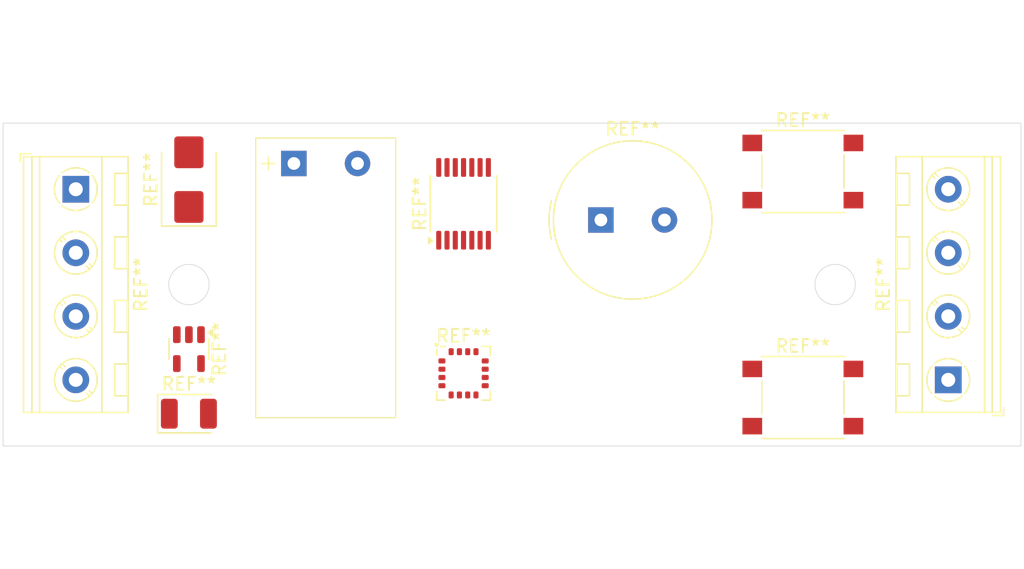
<source format=kicad_pcb>
(kicad_pcb (version 20221018) (generator pcbnew)
  (layers (0 "F.Cu" signal) (31 "B.Cu" signal) (34 "B.Paste" user) (35 "F.Paste" user) (36 "B.SilkS" user "B.Silkscreen") (37 "F.SilkS" user "F.Silkscreen") (38 "B.Mask" user) (39 "F.Mask" user) (44 "Edge.Cuts" user))
  (net 0 "")
  (footprint "Button_Switch_SMD:SW_Push_1P1T_NO_6x6mm_H9.5mm" (layer "F.Cu") (at 126.365 123.19)
    (fp_text reference "REF**" (at 0 -4.05) (layer "F.SilkS"))
    (fp_text value "SW_Push_1P1T_NO_6x6mm_H9.5mm")
    (fp_line (start -3.23 -3.23) (end 3.23 -3.23) (stroke (width 0.12)) (layer "F.SilkS"))
    (fp_line (start -3.23 -3.2) (end -3.23 -3.23) (stroke (width 0.12)) (layer "F.SilkS"))
    (fp_line (start -3.23 -1.3) (end -3.23 1.3) (stroke (width 0.12)) (layer "F.SilkS"))
    (fp_line (start -3.23 3.23) (end -3.23 3.2) (stroke (width 0.12)) (layer "F.SilkS"))
    (fp_line (start -3.23 3.23) (end 3.23 3.23) (stroke (width 0.12)) (layer "F.SilkS"))
    (fp_line (start 3.23 -3.23) (end 3.23 -3.2) (stroke (width 0.12)) (layer "F.SilkS"))
    (fp_line (start 3.23 -1.3) (end 3.23 1.3) (stroke (width 0.12)) (layer "F.SilkS"))
    (fp_line (start 3.23 3.23) (end 3.23 3.2) (stroke (width 0.12)) (layer "F.SilkS"))
    (pad "1" smd rect (at -3.975 -2.25) (size 1.55 1.3) (layers "F.Cu" "F.Paste" "F.Mask"))
    (pad "1" smd rect (at 3.975 -2.25) (size 1.55 1.3) (layers "F.Cu" "F.Paste" "F.Mask"))
    (pad "2" smd rect (at -3.975 2.25) (size 1.55 1.3) (layers "F.Cu" "F.Paste" "F.Mask"))
    (pad "2" smd rect (at 3.975 2.25) (size 1.55 1.3) (layers "F.Cu" "F.Paste" "F.Mask"))
  )
  (footprint "Package_TO_SOT_SMD:SOT-23-5" (layer "F.Cu") (at 78.105 119.38 -90)
    (fp_text reference "REF**" (at 0 -2.4 90) (layer "F.SilkS"))
    (fp_text value "SOT-23-5")
    (fp_line (start 0 -1.56) (end -0.8 -1.56) (stroke (width 0.12)) (layer "F.SilkS"))
    (fp_line (start 0 -1.56) (end 0.8 -1.56) (stroke (width 0.12)) (layer "F.SilkS"))
    (fp_line (start 0 1.56) (end -0.8 1.56) (stroke (width 0.12)) (layer "F.SilkS"))
    (fp_line (start 0 1.56) (end 0.8 1.56) (stroke (width 0.12)) (layer "F.SilkS"))
    (fp_poly (pts (xy -1.3 -1.51) (xy -1.54 -1.84) (xy -1.06 -1.84) (xy -1.3 -1.51)) (stroke (width 0.12)) (fill solid) (layer "F.SilkS"))
    (pad "1" smd roundrect (at -1.1375 -0.95 270) (size 1.325 0.6) (layers "F.Cu" "F.Paste" "F.Mask"))
    (pad "2" smd roundrect (at -1.1375 0 270) (size 1.325 0.6) (layers "F.Cu" "F.Paste" "F.Mask"))
    (pad "3" smd roundrect (at -1.1375 0.95 270) (size 1.325 0.6) (layers "F.Cu" "F.Paste" "F.Mask"))
    (pad "4" smd roundrect (at 1.1375 0.95 270) (size 1.325 0.6) (layers "F.Cu" "F.Paste" "F.Mask"))
    (pad "5" smd roundrect (at 1.1375 -0.95 270) (size 1.325 0.6) (layers "F.Cu" "F.Paste" "F.Mask"))
  )
  (footprint "Diode_SMD:D_SMB" (layer "F.Cu") (at 78.105 106.045 90)
    (fp_text reference "REF**" (at 0 -3 90) (layer "F.SilkS"))
    (fp_text value "D_SMB")
    (fp_line (start -3.66 -2.15) (end -3.66 2.15) (stroke (width 0.12)) (layer "F.SilkS"))
    (fp_line (start -3.66 -2.15) (end 2.15 -2.15) (stroke (width 0.12)) (layer "F.SilkS"))
    (fp_line (start -3.66 2.15) (end 2.15 2.15) (stroke (width 0.12)) (layer "F.SilkS"))
    (pad "1" smd roundrect (at -2.15 0 90) (size 2.5 2.3) (layers "F.Cu" "F.Paste" "F.Mask") (roundrect_rratio 0.1086956522))
    (pad "2" smd roundrect (at 2.15 0 90) (size 2.5 2.3) (layers "F.Cu" "F.Paste" "F.Mask") (roundrect_rratio 0.1086956522))
  )
  (footprint "TerminalBlock_RND:TerminalBlock_RND_205-00047_1x04_P5.00mm_Horizontal" (layer "F.Cu") (at 69.215 106.8 -90)
    (fp_text reference "REF**" (at 7.5 -5.11 90) (layer "F.SilkS"))
    (fp_text value "TerminalBlock_RND_205-00047_1x04_P5.00mm_Horizontal")
    (fp_line (start -2.8 3.51) (end -2.8 4.35) (stroke (width 0.12)) (layer "F.SilkS"))
    (fp_line (start -2.8 4.35) (end -2.2 4.35) (stroke (width 0.12)) (layer "F.SilkS"))
    (fp_line (start -2.56 -4.11) (end -2.56 4.11) (stroke (width 0.12)) (layer "F.SilkS"))
    (fp_line (start -2.56 -4.11) (end 17.561 -4.11) (stroke (width 0.12)) (layer "F.SilkS"))
    (fp_line (start -2.56 -2.05) (end 17.561 -2.05) (stroke (width 0.12)) (layer "F.SilkS"))
    (fp_line (start -2.56 2.85) (end 17.561 2.85) (stroke (width 0.12)) (layer "F.SilkS"))
    (fp_line (start -2.56 3.45) (end 17.561 3.45) (stroke (width 0.12)) (layer "F.SilkS"))
    (fp_line (start -2.56 4.11) (end 17.561 4.11) (stroke (width 0.12)) (layer "F.SilkS"))
    (fp_line (start -1.25 -4.05) (end -1.25 -3.05) (stroke (width 0.12)) (layer "F.SilkS"))
    (fp_line (start -1.25 -4.05) (end 1.25 -4.05) (stroke (width 0.12)) (layer "F.SilkS"))
    (fp_line (start -1.25 -3.05) (end 1.25 -3.05) (stroke (width 0.12)) (layer "F.SilkS"))
    (fp_line (start 1.25 -4.05) (end 1.25 -3.05) (stroke (width 0.12)) (layer "F.SilkS"))
    (fp_line (start 3.75 -4.05) (end 3.75 -3.05) (stroke (width 0.12)) (layer "F.SilkS"))
    (fp_line (start 3.75 -4.05) (end 6.25 -4.05) (stroke (width 0.12)) (layer "F.SilkS"))
    (fp_line (start 3.75 -3.05) (end 6.25 -3.05) (stroke (width 0.12)) (layer "F.SilkS"))
    (fp_line (start 3.972 0.823) (end 3.726 1.069) (stroke (width 0.12)) (layer "F.SilkS"))
    (fp_line (start 4.13 1.075) (end 3.931 1.274) (stroke (width 0.12)) (layer "F.SilkS"))
    (fp_line (start 6.07 -1.275) (end 5.859 -1.064) (stroke (width 0.12)) (layer "F.SilkS"))
    (fp_line (start 6.25 -4.05) (end 6.25 -3.05) (stroke (width 0.12)) (layer "F.SilkS"))
    (fp_line (start 6.275 -1.069) (end 6.029 -0.823) (stroke (width 0.12)) (layer "F.SilkS"))
    (fp_line (start 8.75 -4.05) (end 8.75 -3.05) (stroke (width 0.12)) (layer "F.SilkS"))
    (fp_line (start 8.75 -4.05) (end 11.25 -4.05) (stroke (width 0.12)) (layer "F.SilkS"))
    (fp_line (start 8.75 -3.05) (end 11.25 -3.05) (stroke (width 0.12)) (layer "F.SilkS"))
    (fp_line (start 8.972 0.823) (end 8.726 1.069) (stroke (width 0.12)) (layer "F.SilkS"))
    (fp_line (start 9.13 1.075) (end 8.931 1.274) (stroke (width 0.12)) (layer "F.SilkS"))
    (fp_line (start 11.07 -1.275) (end 10.859 -1.064) (stroke (width 0.12)) (layer "F.SilkS"))
    (fp_line (start 11.25 -4.05) (end 11.25 -3.05) (stroke (width 0.12)) (layer "F.SilkS"))
    (fp_line (start 11.275 -1.069) (end 11.029 -0.823) (stroke (width 0.12)) (layer "F.SilkS"))
    (fp_line (start 13.75 -4.05) (end 13.75 -3.05) (stroke (width 0.12)) (layer "F.SilkS"))
    (fp_line (start 13.75 -4.05) (end 16.25 -4.05) (stroke (width 0.12)) (layer "F.SilkS"))
    (fp_line (start 13.75 -3.05) (end 16.25 -3.05) (stroke (width 0.12)) (layer "F.SilkS"))
    (fp_line (start 13.972 0.823) (end 13.726 1.069) (stroke (width 0.12)) (layer "F.SilkS"))
    (fp_line (start 14.13 1.075) (end 13.931 1.274) (stroke (width 0.12)) (layer "F.SilkS"))
    (fp_line (start 16.07 -1.275) (end 15.859 -1.064) (stroke (width 0.12)) (layer "F.SilkS"))
    (fp_line (start 16.25 -4.05) (end 16.25 -3.05) (stroke (width 0.12)) (layer "F.SilkS"))
    (fp_line (start 16.275 -1.069) (end 16.029 -0.823) (stroke (width 0.12)) (layer "F.SilkS"))
    (fp_line (start 17.561 -4.11) (end 17.561 4.11) (stroke (width 0.12)) (layer "F.SilkS"))
    (fp_arc (start -1.288062 1.079734) (mid -1.680752 -0.000826) (end -1.287 -1.081) (stroke (width 0.12)) (layer "F.SilkS"))
    (fp_arc (start -1.079908 -1.287078) (mid 0.00006 -1.68011) (end 1.08 -1.287) (stroke (width 0.12)) (layer "F.SilkS"))
    (fp_arc (start 0.028507 1.680511) (mid -0.561826 1.584071) (end -1.081 1.287) (stroke (width 0.12)) (layer "F.SilkS"))
    (fp_arc (start 1.079883 1.286955) (mid 0.574594 1.578684) (end 0 1.68) (stroke (width 0.12)) (layer "F.SilkS"))
    (fp_arc (start 1.287078 -1.079908) (mid 1.68011 0.00006) (end 1.287 1.08) (stroke (width 0.12)) (layer "F.SilkS"))
    (fp_circle (center 5 0) (end 6.68 0) (stroke (width 0.12)) (fill none) (layer "F.SilkS"))
    (fp_circle (center 10 0) (end 11.68 0) (stroke (width 0.12)) (fill none) (layer "F.SilkS"))
    (fp_circle (center 15 0) (end 16.68 0) (stroke (width 0.12)) (fill none) (layer "F.SilkS"))
    (pad "1" thru_hole rect (at 0 0 270) (size 2.1 2.1) (drill 1.1) (layers "*.Cu" "*.Mask"))
    (pad "2" thru_hole circle (at 5 0 270) (size 2.1 2.1) (drill 1.1) (layers "*.Cu" "*.Mask"))
    (pad "3" thru_hole circle (at 10 0 270) (size 2.1 2.1) (drill 1.1) (layers "*.Cu" "*.Mask"))
    (pad "4" thru_hole circle (at 15 0 270) (size 2.1 2.1) (drill 1.1) (layers "*.Cu" "*.Mask"))
  )
  (footprint "Package_LGA:LGA-16_4x4mm_P0.65mm_LayoutBorder4x4y" (layer "F.Cu") (at 99.695 121.285)
    (fp_text reference "REF**" (at 0 -2.95) (layer "F.SilkS"))
    (fp_text value "LGA-16_4x4mm_P0.65mm_LayoutBorder4x4y")
    (fp_line (start -2.11 -1.435) (end -2.11 -1.87) (stroke (width 0.12)) (layer "F.SilkS"))
    (fp_line (start -2.11 2.11) (end -2.11 1.435) (stroke (width 0.12)) (layer "F.SilkS"))
    (fp_line (start -1.435 -2.11) (end -1.81 -2.11) (stroke (width 0.12)) (layer "F.SilkS"))
    (fp_line (start -1.435 2.11) (end -2.11 2.11) (stroke (width 0.12)) (layer "F.SilkS"))
    (fp_line (start 1.435 -2.11) (end 2.11 -2.11) (stroke (width 0.12)) (layer "F.SilkS"))
    (fp_line (start 1.435 2.11) (end 2.11 2.11) (stroke (width 0.12)) (layer "F.SilkS"))
    (fp_line (start 2.11 -2.11) (end 2.11 -1.435) (stroke (width 0.12)) (layer "F.SilkS"))
    (fp_line (start 2.11 2.11) (end 2.11 1.435) (stroke (width 0.12)) (layer "F.SilkS"))
    (fp_poly (pts (xy -2.11 -2.11) (xy -2.25 -2.3) (xy -1.97 -2.3) (xy -2.11 -2.11)) (stroke (width 0.12)) (fill solid) (layer "F.SilkS"))
    (pad "1" smd roundrect (at -1.7 -0.975) (size 0.55 0.4) (layers "F.Cu" "F.Paste" "F.Mask"))
    (pad "2" smd roundrect (at -1.7 -0.325) (size 0.55 0.4) (layers "F.Cu" "F.Paste" "F.Mask"))
    (pad "3" smd roundrect (at -1.7 0.325) (size 0.55 0.4) (layers "F.Cu" "F.Paste" "F.Mask"))
    (pad "4" smd roundrect (at -1.7 0.975) (size 0.55 0.4) (layers "F.Cu" "F.Paste" "F.Mask"))
    (pad "5" smd roundrect (at -0.975 1.7) (size 0.4 0.55) (layers "F.Cu" "F.Paste" "F.Mask"))
    (pad "6" smd roundrect (at -0.325 1.7) (size 0.4 0.55) (layers "F.Cu" "F.Paste" "F.Mask"))
    (pad "7" smd roundrect (at 0.325 1.7) (size 0.4 0.55) (layers "F.Cu" "F.Paste" "F.Mask"))
    (pad "8" smd roundrect (at 0.975 1.7) (size 0.4 0.55) (layers "F.Cu" "F.Paste" "F.Mask"))
    (pad "9" smd roundrect (at 1.7 0.975) (size 0.55 0.4) (layers "F.Cu" "F.Paste" "F.Mask"))
    (pad "10" smd roundrect (at 1.7 0.325) (size 0.55 0.4) (layers "F.Cu" "F.Paste" "F.Mask"))
    (pad "11" smd roundrect (at 1.7 -0.325) (size 0.55 0.4) (layers "F.Cu" "F.Paste" "F.Mask"))
    (pad "12" smd roundrect (at 1.7 -0.975) (size 0.55 0.4) (layers "F.Cu" "F.Paste" "F.Mask"))
    (pad "13" smd roundrect (at 0.975 -1.7) (size 0.4 0.55) (layers "F.Cu" "F.Paste" "F.Mask"))
    (pad "14" smd roundrect (at 0.325 -1.7) (size 0.4 0.55) (layers "F.Cu" "F.Paste" "F.Mask"))
    (pad "15" smd roundrect (at -0.325 -1.7) (size 0.4 0.55) (layers "F.Cu" "F.Paste" "F.Mask"))
    (pad "16" smd roundrect (at -0.975 -1.7) (size 0.4 0.55) (layers "F.Cu" "F.Paste" "F.Mask"))
  )
  (footprint "Capacitor_THT:CP_Radial_D10.0mm_P5.00mm" (layer "F.Cu") (at 86.36 104.775)
    (fp_text reference "REF**" hide)
    (fp_text value "CP_Radial_D10.0mm_P5.00mm")
    (fp_line (start -3 -2) (end -3 20) (stroke (width 0.1)) (layer "F.SilkS"))
    (fp_line (start -3 20) (end 8 20) (stroke (width 0.1)) (layer "F.SilkS"))
    (fp_line (start -2.5 0) (end -1.5 0) (stroke (width 0.12)) (layer "F.SilkS"))
    (fp_line (start -2 -0.5) (end -2 0.5) (stroke (width 0.12)) (layer "F.SilkS"))
    (fp_line (start 8 -2) (end -3 -2) (stroke (width 0.1)) (layer "F.SilkS"))
    (fp_line (start 8 20) (end 8 -2) (stroke (width 0.1)) (layer "F.SilkS"))
    (pad "1" thru_hole rect (at 0 0) (size 2 2) (drill 1) (layers "*.Cu" "*.Mask"))
    (pad "2" thru_hole circle (at 5 0) (size 2 2) (drill 1) (layers "*.Cu" "*.Mask"))
  )
  (footprint "Buzzer_Beeper:Buzzer_TDK_PS1240P02BT_D12.2mm_H6.5mm" (layer "F.Cu") (at 110.49 109.22)
    (fp_text reference "REF**" (at 2.5 -7.17) (layer "F.SilkS"))
    (fp_text value "Buzzer_TDK_PS1240P02BT_D12.2mm_H6.5mm")
    (fp_arc (start -3.9 1.499999) (mid -4.073431 0) (end -3.9 -1.5) (stroke (width 0.12)) (layer "F.SilkS"))
    (fp_circle (center 2.5 0) (end 8.73 0) (stroke (width 0.12)) (fill none) (layer "F.SilkS"))
    (pad "1" thru_hole rect (at 0 0) (size 2 2) (drill 1) (layers "*.Cu" "*.Mask"))
    (pad "2" thru_hole circle (at 5 0) (size 2 2) (drill 1) (layers "*.Cu" "*.Mask"))
  )
  (footprint "TerminalBlock_RND:TerminalBlock_RND_205-00047_1x04_P5.00mm_Horizontal" (layer "F.Cu") (at 137.795 121.8 90)
    (fp_text reference "REF**" (at 7.5 -5.11 90) (layer "F.SilkS"))
    (fp_text value "TerminalBlock_RND_205-00047_1x04_P5.00mm_Horizontal")
    (fp_line (start -2.8 3.51) (end -2.8 4.35) (stroke (width 0.12)) (layer "F.SilkS"))
    (fp_line (start -2.8 4.35) (end -2.2 4.35) (stroke (width 0.12)) (layer "F.SilkS"))
    (fp_line (start -2.56 -4.11) (end -2.56 4.11) (stroke (width 0.12)) (layer "F.SilkS"))
    (fp_line (start -2.56 -4.11) (end 17.561 -4.11) (stroke (width 0.12)) (layer "F.SilkS"))
    (fp_line (start -2.56 -2.05) (end 17.561 -2.05) (stroke (width 0.12)) (layer "F.SilkS"))
    (fp_line (start -2.56 2.85) (end 17.561 2.85) (stroke (width 0.12)) (layer "F.SilkS"))
    (fp_line (start -2.56 3.45) (end 17.561 3.45) (stroke (width 0.12)) (layer "F.SilkS"))
    (fp_line (start -2.56 4.11) (end 17.561 4.11) (stroke (width 0.12)) (layer "F.SilkS"))
    (fp_line (start -1.25 -4.05) (end -1.25 -3.05) (stroke (width 0.12)) (layer "F.SilkS"))
    (fp_line (start -1.25 -4.05) (end 1.25 -4.05) (stroke (width 0.12)) (layer "F.SilkS"))
    (fp_line (start -1.25 -3.05) (end 1.25 -3.05) (stroke (width 0.12)) (layer "F.SilkS"))
    (fp_line (start 1.25 -4.05) (end 1.25 -3.05) (stroke (width 0.12)) (layer "F.SilkS"))
    (fp_line (start 3.75 -4.05) (end 3.75 -3.05) (stroke (width 0.12)) (layer "F.SilkS"))
    (fp_line (start 3.75 -4.05) (end 6.25 -4.05) (stroke (width 0.12)) (layer "F.SilkS"))
    (fp_line (start 3.75 -3.05) (end 6.25 -3.05) (stroke (width 0.12)) (layer "F.SilkS"))
    (fp_line (start 3.972 0.823) (end 3.726 1.069) (stroke (width 0.12)) (layer "F.SilkS"))
    (fp_line (start 4.13 1.075) (end 3.931 1.274) (stroke (width 0.12)) (layer "F.SilkS"))
    (fp_line (start 6.07 -1.275) (end 5.859 -1.064) (stroke (width 0.12)) (layer "F.SilkS"))
    (fp_line (start 6.25 -4.05) (end 6.25 -3.05) (stroke (width 0.12)) (layer "F.SilkS"))
    (fp_line (start 6.275 -1.069) (end 6.029 -0.823) (stroke (width 0.12)) (layer "F.SilkS"))
    (fp_line (start 8.75 -4.05) (end 8.75 -3.05) (stroke (width 0.12)) (layer "F.SilkS"))
    (fp_line (start 8.75 -4.05) (end 11.25 -4.05) (stroke (width 0.12)) (layer "F.SilkS"))
    (fp_line (start 8.75 -3.05) (end 11.25 -3.05) (stroke (width 0.12)) (layer "F.SilkS"))
    (fp_line (start 8.972 0.823) (end 8.726 1.069) (stroke (width 0.12)) (layer "F.SilkS"))
    (fp_line (start 9.13 1.075) (end 8.931 1.274) (stroke (width 0.12)) (layer "F.SilkS"))
    (fp_line (start 11.07 -1.275) (end 10.859 -1.064) (stroke (width 0.12)) (layer "F.SilkS"))
    (fp_line (start 11.25 -4.05) (end 11.25 -3.05) (stroke (width 0.12)) (layer "F.SilkS"))
    (fp_line (start 11.275 -1.069) (end 11.029 -0.823) (stroke (width 0.12)) (layer "F.SilkS"))
    (fp_line (start 13.75 -4.05) (end 13.75 -3.05) (stroke (width 0.12)) (layer "F.SilkS"))
    (fp_line (start 13.75 -4.05) (end 16.25 -4.05) (stroke (width 0.12)) (layer "F.SilkS"))
    (fp_line (start 13.75 -3.05) (end 16.25 -3.05) (stroke (width 0.12)) (layer "F.SilkS"))
    (fp_line (start 13.972 0.823) (end 13.726 1.069) (stroke (width 0.12)) (layer "F.SilkS"))
    (fp_line (start 14.13 1.075) (end 13.931 1.274) (stroke (width 0.12)) (layer "F.SilkS"))
    (fp_line (start 16.07 -1.275) (end 15.859 -1.064) (stroke (width 0.12)) (layer "F.SilkS"))
    (fp_line (start 16.25 -4.05) (end 16.25 -3.05) (stroke (width 0.12)) (layer "F.SilkS"))
    (fp_line (start 16.275 -1.069) (end 16.029 -0.823) (stroke (width 0.12)) (layer "F.SilkS"))
    (fp_line (start 17.561 -4.11) (end 17.561 4.11) (stroke (width 0.12)) (layer "F.SilkS"))
    (fp_arc (start -1.288062 1.079734) (mid -1.680752 -0.000826) (end -1.287 -1.081) (stroke (width 0.12)) (layer "F.SilkS"))
    (fp_arc (start -1.079908 -1.287078) (mid 0.00006 -1.68011) (end 1.08 -1.287) (stroke (width 0.12)) (layer "F.SilkS"))
    (fp_arc (start 0.028507 1.680511) (mid -0.561826 1.584071) (end -1.081 1.287) (stroke (width 0.12)) (layer "F.SilkS"))
    (fp_arc (start 1.079883 1.286955) (mid 0.574594 1.578684) (end 0 1.68) (stroke (width 0.12)) (layer "F.SilkS"))
    (fp_arc (start 1.287078 -1.079908) (mid 1.68011 0.00006) (end 1.287 1.08) (stroke (width 0.12)) (layer "F.SilkS"))
    (fp_circle (center 5 0) (end 6.68 0) (stroke (width 0.12)) (fill none) (layer "F.SilkS"))
    (fp_circle (center 10 0) (end 11.68 0) (stroke (width 0.12)) (fill none) (layer "F.SilkS"))
    (fp_circle (center 15 0) (end 16.68 0) (stroke (width 0.12)) (fill none) (layer "F.SilkS"))
    (pad "1" thru_hole rect (at 0 0 90) (size 2.1 2.1) (drill 1.1) (layers "*.Cu" "*.Mask"))
    (pad "2" thru_hole circle (at 5 0 90) (size 2.1 2.1) (drill 1.1) (layers "*.Cu" "*.Mask"))
    (pad "3" thru_hole circle (at 10 0 90) (size 2.1 2.1) (drill 1.1) (layers "*.Cu" "*.Mask"))
    (pad "4" thru_hole circle (at 15 0 90) (size 2.1 2.1) (drill 1.1) (layers "*.Cu" "*.Mask"))
  )
  (footprint "Button_Switch_SMD:SW_Push_1P1T_NO_6x6mm_H9.5mm" (layer "F.Cu") (at 126.365 105.41)
    (fp_text reference "REF**" (at 0 -4.05) (layer "F.SilkS"))
    (fp_text value "SW_Push_1P1T_NO_6x6mm_H9.5mm")
    (fp_line (start -3.23 -3.23) (end 3.23 -3.23) (stroke (width 0.12)) (layer "F.SilkS"))
    (fp_line (start -3.23 -3.2) (end -3.23 -3.23) (stroke (width 0.12)) (layer "F.SilkS"))
    (fp_line (start -3.23 -1.3) (end -3.23 1.3) (stroke (width 0.12)) (layer "F.SilkS"))
    (fp_line (start -3.23 3.23) (end -3.23 3.2) (stroke (width 0.12)) (layer "F.SilkS"))
    (fp_line (start -3.23 3.23) (end 3.23 3.23) (stroke (width 0.12)) (layer "F.SilkS"))
    (fp_line (start 3.23 -3.23) (end 3.23 -3.2) (stroke (width 0.12)) (layer "F.SilkS"))
    (fp_line (start 3.23 -1.3) (end 3.23 1.3) (stroke (width 0.12)) (layer "F.SilkS"))
    (fp_line (start 3.23 3.23) (end 3.23 3.2) (stroke (width 0.12)) (layer "F.SilkS"))
    (pad "1" smd rect (at -3.975 -2.25) (size 1.55 1.3) (layers "F.Cu" "F.Paste" "F.Mask"))
    (pad "1" smd rect (at 3.975 -2.25) (size 1.55 1.3) (layers "F.Cu" "F.Paste" "F.Mask"))
    (pad "2" smd rect (at -3.975 2.25) (size 1.55 1.3) (layers "F.Cu" "F.Paste" "F.Mask"))
    (pad "2" smd rect (at 3.975 2.25) (size 1.55 1.3) (layers "F.Cu" "F.Paste" "F.Mask"))
  )
  (footprint "Package_SO:TSSOP-14_4.4x5mm_P0.65mm" (layer "F.Cu") (at 99.695 107.95 90)
    (fp_text reference "REF**" (at 0 -3.45 90) (layer "F.SilkS"))
    (fp_text value "TSSOP-14_4.4x5mm_P0.65mm")
    (fp_line (start 0 -2.61) (end -2.2 -2.61) (stroke (width 0.12)) (layer "F.SilkS"))
    (fp_line (start 0 -2.61) (end 2.2 -2.61) (stroke (width 0.12)) (layer "F.SilkS"))
    (fp_line (start 0 2.61) (end -2.2 2.61) (stroke (width 0.12)) (layer "F.SilkS"))
    (fp_line (start 0 2.61) (end 2.2 2.61) (stroke (width 0.12)) (layer "F.SilkS"))
    (fp_poly (pts (xy -2.9 -2.41) (xy -3.14 -2.74) (xy -2.66 -2.74) (xy -2.9 -2.41)) (stroke (width 0.12)) (fill solid) (layer "F.SilkS"))
    (pad "1" smd roundrect (at -2.8625 -1.95 90) (size 1.475 0.4) (layers "F.Cu" "F.Paste" "F.Mask"))
    (pad "2" smd roundrect (at -2.8625 -1.3 90) (size 1.475 0.4) (layers "F.Cu" "F.Paste" "F.Mask"))
    (pad "3" smd roundrect (at -2.8625 -0.65 90) (size 1.475 0.4) (layers "F.Cu" "F.Paste" "F.Mask"))
    (pad "4" smd roundrect (at -2.8625 0 90) (size 1.475 0.4) (layers "F.Cu" "F.Paste" "F.Mask"))
    (pad "5" smd roundrect (at -2.8625 0.65 90) (size 1.475 0.4) (layers "F.Cu" "F.Paste" "F.Mask"))
    (pad "6" smd roundrect (at -2.8625 1.3 90) (size 1.475 0.4) (layers "F.Cu" "F.Paste" "F.Mask"))
    (pad "7" smd roundrect (at -2.8625 1.95 90) (size 1.475 0.4) (layers "F.Cu" "F.Paste" "F.Mask"))
    (pad "8" smd roundrect (at 2.8625 1.95 90) (size 1.475 0.4) (layers "F.Cu" "F.Paste" "F.Mask"))
    (pad "9" smd roundrect (at 2.8625 1.3 90) (size 1.475 0.4) (layers "F.Cu" "F.Paste" "F.Mask"))
    (pad "10" smd roundrect (at 2.8625 0.65 90) (size 1.475 0.4) (layers "F.Cu" "F.Paste" "F.Mask"))
    (pad "11" smd roundrect (at 2.8625 0 90) (size 1.475 0.4) (layers "F.Cu" "F.Paste" "F.Mask"))
    (pad "12" smd roundrect (at 2.8625 -0.65 90) (size 1.475 0.4) (layers "F.Cu" "F.Paste" "F.Mask"))
    (pad "13" smd roundrect (at 2.8625 -1.3 90) (size 1.475 0.4) (layers "F.Cu" "F.Paste" "F.Mask"))
    (pad "14" smd roundrect (at 2.8625 -1.95 90) (size 1.475 0.4) (layers "F.Cu" "F.Paste" "F.Mask"))
  )
  (footprint "Capacitor_Tantalum_SMD:CP_EIA-3528-21_Kemet-B" (layer "F.Cu") (at 78.105 124.46)
    (fp_text reference "REF**" (at 0 -2.35) (layer "F.SilkS"))
    (fp_text value "CP_EIA-3528-21_Kemet-B")
    (fp_line (start -2.46 -1.51) (end -2.46 1.51) (stroke (width 0.12)) (layer "F.SilkS"))
    (fp_line (start -2.46 1.51) (end 1.75 1.51) (stroke (width 0.12)) (layer "F.SilkS"))
    (fp_line (start 1.75 -1.51) (end -2.46 -1.51) (stroke (width 0.12)) (layer "F.SilkS"))
    (pad "1" smd roundrect (at -1.5375 0) (size 1.325 2.35) (layers "F.Cu" "F.Paste" "F.Mask") (roundrect_rratio 0.188679))
    (pad "2" smd roundrect (at 1.5375 0) (size 1.325 2.35) (layers "F.Cu" "F.Paste" "F.Mask") (roundrect_rratio 0.188679))
  )
  (gr_circle (center 78.105 114.3) (end 79.6925 114.3) (stroke (width 0.05)) (fill none) (layer "Edge.Cuts"))
  (gr_line (start 143.51 101.6) (end 63.5 101.6) (stroke (width 0.05)) (layer "Edge.Cuts"))
  (gr_line (start 63.5 101.6) (end 63.5 127) (stroke (width 0.05)) (layer "Edge.Cuts"))
  (gr_circle (center 128.905 114.3) (end 130.4925 114.3) (stroke (width 0.05)) (fill none) (layer "Edge.Cuts"))
  (gr_line (start 63.5 127) (end 143.51 127) (stroke (width 0.05)) (layer "Edge.Cuts"))
  (gr_line (start 143.51 127) (end 143.51 101.6) (stroke (width 0.05)) (layer "Edge.Cuts"))
)
</source>
